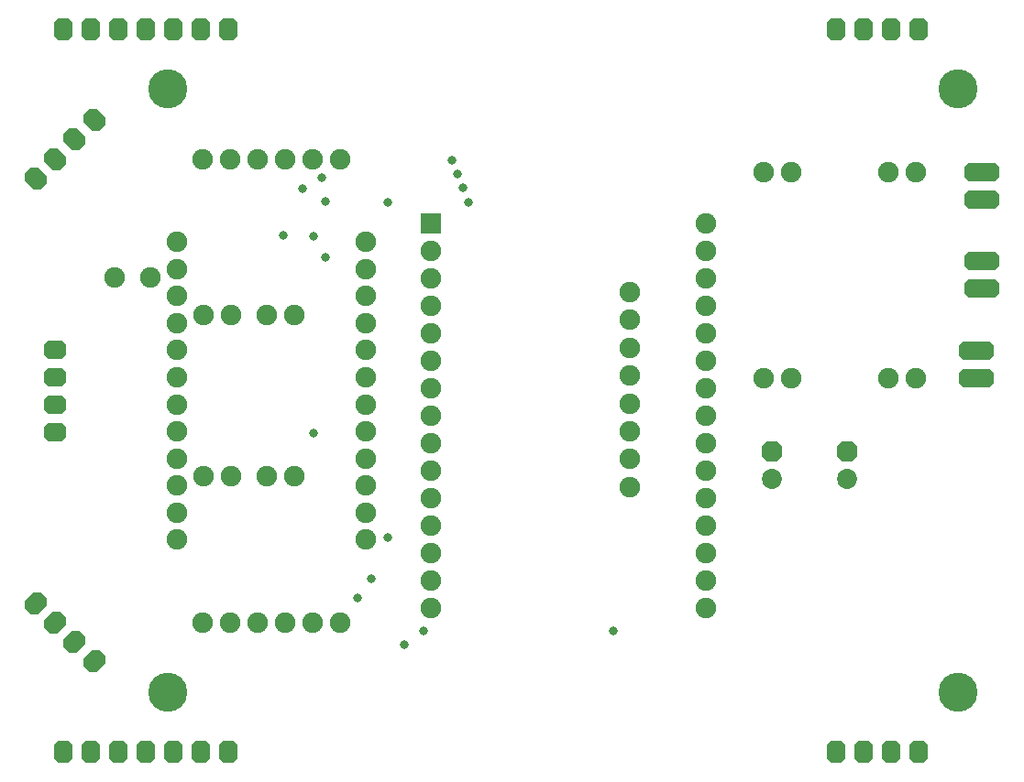
<source format=gbs>
G04*
G04 #@! TF.GenerationSoftware,Altium Limited,Altium Designer,23.8.1 (32)*
G04*
G04 Layer_Color=16711935*
%FSLAX25Y25*%
%MOIN*%
G70*
G04*
G04 #@! TF.SameCoordinates,219BC79F-92E0-4BE4-9349-49C4CE8B2FF6*
G04*
G04*
G04 #@! TF.FilePolarity,Negative*
G04*
G01*
G75*
G04:AMPARAMS|DCode=24|XSize=128mil|YSize=68mil|CornerRadius=0mil|HoleSize=0mil|Usage=FLASHONLY|Rotation=180.000|XOffset=0mil|YOffset=0mil|HoleType=Round|Shape=Octagon|*
%AMOCTAGOND24*
4,1,8,-0.06400,0.01700,-0.06400,-0.01700,-0.04700,-0.03400,0.04700,-0.03400,0.06400,-0.01700,0.06400,0.01700,0.04700,0.03400,-0.04700,0.03400,-0.06400,0.01700,0.0*
%
%ADD24OCTAGOND24*%

G04:AMPARAMS|DCode=25|XSize=83mil|YSize=68mil|CornerRadius=0mil|HoleSize=0mil|Usage=FLASHONLY|Rotation=270.000|XOffset=0mil|YOffset=0mil|HoleType=Round|Shape=Octagon|*
%AMOCTAGOND25*
4,1,8,-0.01700,-0.04150,0.01700,-0.04150,0.03400,-0.02450,0.03400,0.02450,0.01700,0.04150,-0.01700,0.04150,-0.03400,0.02450,-0.03400,-0.02450,-0.01700,-0.04150,0.0*
%
%ADD25OCTAGOND25*%

%ADD26R,0.07493X0.07493*%
%ADD27C,0.07493*%
%ADD28C,0.14186*%
G04:AMPARAMS|DCode=29|XSize=83mil|YSize=68mil|CornerRadius=0mil|HoleSize=0mil|Usage=FLASHONLY|Rotation=135.000|XOffset=0mil|YOffset=0mil|HoleType=Round|Shape=Octagon|*
%AMOCTAGOND29*
4,1,8,-0.01732,0.04137,-0.04137,0.01732,-0.04137,-0.00672,-0.00672,-0.04137,0.01732,-0.04137,0.04137,-0.01732,0.04137,0.00672,0.00672,0.04137,-0.01732,0.04137,0.0*
%
%ADD29OCTAGOND29*%

G04:AMPARAMS|DCode=30|XSize=83mil|YSize=68mil|CornerRadius=0mil|HoleSize=0mil|Usage=FLASHONLY|Rotation=180.000|XOffset=0mil|YOffset=0mil|HoleType=Round|Shape=Octagon|*
%AMOCTAGOND30*
4,1,8,-0.04150,0.01700,-0.04150,-0.01700,-0.02450,-0.03400,0.02450,-0.03400,0.04150,-0.01700,0.04150,0.01700,0.02450,0.03400,-0.02450,0.03400,-0.04150,0.01700,0.0*
%
%ADD30OCTAGOND30*%

G04:AMPARAMS|DCode=31|XSize=83mil|YSize=68mil|CornerRadius=0mil|HoleSize=0mil|Usage=FLASHONLY|Rotation=225.000|XOffset=0mil|YOffset=0mil|HoleType=Round|Shape=Octagon|*
%AMOCTAGOND31*
4,1,8,-0.04137,-0.01732,-0.01732,-0.04137,0.00672,-0.04137,0.04137,-0.00672,0.04137,0.01732,0.01732,0.04137,-0.00672,0.04137,-0.04137,0.00672,-0.04137,-0.01732,0.0*
%
%ADD31OCTAGOND31*%

G04:AMPARAMS|DCode=32|XSize=73mil|YSize=73mil|CornerRadius=0mil|HoleSize=0mil|Usage=FLASHONLY|Rotation=90.000|XOffset=0mil|YOffset=0mil|HoleType=Round|Shape=Octagon|*
%AMOCTAGOND32*
4,1,8,0.01825,0.03650,-0.01825,0.03650,-0.03650,0.01825,-0.03650,-0.01825,-0.01825,-0.03650,0.01825,-0.03650,0.03650,-0.01825,0.03650,0.01825,0.01825,0.03650,0.0*
%
%ADD32OCTAGOND32*%

%ADD33C,0.07300*%
%ADD34C,0.03162*%
D24*
X662000Y366000D02*
D03*
Y356000D02*
D03*
X660000Y291197D02*
D03*
Y301197D02*
D03*
X662000Y323598D02*
D03*
Y333598D02*
D03*
D25*
X388000Y155000D02*
D03*
X378000D02*
D03*
X368000D02*
D03*
X358000D02*
D03*
X348000D02*
D03*
X338000D02*
D03*
X328000D02*
D03*
X388000Y418000D02*
D03*
X378000D02*
D03*
X368000D02*
D03*
X358000D02*
D03*
X348000D02*
D03*
X338000D02*
D03*
X328000D02*
D03*
X628803Y155000D02*
D03*
X618803D02*
D03*
X608803D02*
D03*
X638803D02*
D03*
X618803Y418000D02*
D03*
X628803D02*
D03*
X638803D02*
D03*
X608803D02*
D03*
D26*
X461678Y347563D02*
D03*
D27*
Y337563D02*
D03*
Y327563D02*
D03*
Y317563D02*
D03*
Y307563D02*
D03*
Y297563D02*
D03*
Y287563D02*
D03*
Y277563D02*
D03*
Y267563D02*
D03*
Y257563D02*
D03*
Y247563D02*
D03*
Y237563D02*
D03*
Y227563D02*
D03*
Y217563D02*
D03*
Y207563D02*
D03*
X561678Y347563D02*
D03*
Y337563D02*
D03*
Y327563D02*
D03*
Y317563D02*
D03*
Y307563D02*
D03*
Y297563D02*
D03*
Y287563D02*
D03*
Y277563D02*
D03*
Y267563D02*
D03*
Y257563D02*
D03*
Y247563D02*
D03*
Y237563D02*
D03*
Y227563D02*
D03*
Y217563D02*
D03*
Y207563D02*
D03*
X438000Y232347D02*
D03*
Y242189D02*
D03*
Y252032D02*
D03*
Y261874D02*
D03*
Y271717D02*
D03*
Y281559D02*
D03*
Y291402D02*
D03*
Y301244D02*
D03*
X369102Y232347D02*
D03*
Y242189D02*
D03*
Y252031D02*
D03*
Y261874D02*
D03*
Y271716D02*
D03*
Y281559D02*
D03*
Y291402D02*
D03*
Y301244D02*
D03*
X438000Y311087D02*
D03*
Y320929D02*
D03*
Y340614D02*
D03*
Y330772D02*
D03*
X369102Y311087D02*
D03*
Y320929D02*
D03*
Y330772D02*
D03*
Y340614D02*
D03*
X378492Y370858D02*
D03*
X388492D02*
D03*
X398492D02*
D03*
X408492D02*
D03*
X418492D02*
D03*
X428492D02*
D03*
X582724Y291197D02*
D03*
X592567D02*
D03*
X637843Y366000D02*
D03*
X628000D02*
D03*
X592567D02*
D03*
X582724D02*
D03*
X628000Y291197D02*
D03*
X637843D02*
D03*
X378492Y202103D02*
D03*
X388492D02*
D03*
X398492D02*
D03*
X408492D02*
D03*
X418492D02*
D03*
X428492D02*
D03*
X359472Y327707D02*
D03*
X346480D02*
D03*
X411992Y255266D02*
D03*
X401992D02*
D03*
X411992Y314124D02*
D03*
X401992D02*
D03*
X389000D02*
D03*
Y255266D02*
D03*
X379000D02*
D03*
Y314124D02*
D03*
X534000Y251505D02*
D03*
Y261629D02*
D03*
Y271753D02*
D03*
Y281876D02*
D03*
Y292000D02*
D03*
Y302124D02*
D03*
Y312247D02*
D03*
Y322371D02*
D03*
D28*
X365929Y396512D02*
D03*
Y176598D02*
D03*
X653331D02*
D03*
Y396512D02*
D03*
D29*
X317929Y363787D02*
D03*
X339142Y385000D02*
D03*
X332071Y377929D02*
D03*
X325000Y370858D02*
D03*
D30*
Y271480D02*
D03*
Y301480D02*
D03*
Y291480D02*
D03*
Y281480D02*
D03*
D31*
X332071Y195032D02*
D03*
X325000Y202103D02*
D03*
X317929Y209174D02*
D03*
X339142Y187961D02*
D03*
D32*
X585562Y264398D02*
D03*
X613000D02*
D03*
D33*
X585562Y254398D02*
D03*
X613000D02*
D03*
D34*
X475100Y355000D02*
D03*
X473300Y360500D02*
D03*
X469300Y370500D02*
D03*
X471300Y365500D02*
D03*
X445900Y233200D02*
D03*
X407952Y342952D02*
D03*
X439819Y218181D02*
D03*
X452000Y194000D02*
D03*
X446000Y355000D02*
D03*
X418949Y342817D02*
D03*
X423311Y335000D02*
D03*
Y355311D02*
D03*
X422000Y364181D02*
D03*
X414819Y360000D02*
D03*
X528000Y199181D02*
D03*
X459000D02*
D03*
X419000Y271000D02*
D03*
X435000Y211000D02*
D03*
M02*

</source>
